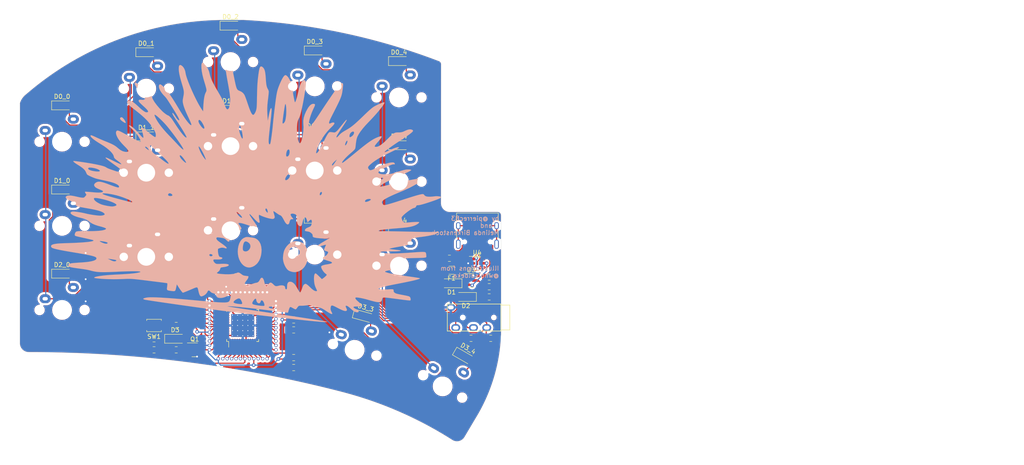
<source format=kicad_pcb>
(kicad_pcb (version 20221018) (generator pcbnew)
  (layers (0 "F.Cu" signal) (31 "B.Cu" signal) (34 "B.Paste" user) (35 "F.Paste" user) (36 "B.SilkS" user "B.Silkscreen") (37 "F.SilkS" user "F.Silkscreen") (38 "B.Mask" user) (39 "F.Mask" user) (44 "Edge.Cuts" user))
  (net 0 "")
  (net 1 "+5V")
  (net 2 "VCC")
  (net 3 "/col4")
  (net 4 "Net-(D0_0-A)")
  (net 5 "Net-(D0_1-A)")
  (net 6 "/col0")
  (net 7 "/col2")
  (net 8 "/col1")
  (net 9 "/col3")
  (net 10 "/row0,0")
  (net 11 "/row0,1")
  (net 12 "/row0,2")
  (net 13 "/row0,3")
  (net 14 "Net-(D0_2-A)")
  (net 15 "Net-(D0_3-A)")
  (net 16 "Net-(D0_4-A)")
  (net 17 "Net-(D1_0-A)")
  (net 18 "Net-(D1_1-A)")
  (net 19 "Net-(D1_2-A)")
  (net 20 "Net-(D1_3-A)")
  (net 21 "Net-(D1_4-A)")
  (net 22 "Net-(D2_0-A)")
  (net 23 "Net-(D2_1-A)")
  (net 24 "Net-(D2_2-A)")
  (net 25 "Net-(D2_3-A)")
  (net 26 "Net-(D2_4-A)")
  (net 27 "Net-(D3-A)")
  (net 28 "Net-(D3_3-A)")
  (net 29 "Net-(D3_4-A)")
  (net 30 "Net-(J1-CC1)")
  (net 31 "/D-")
  (net 32 "/D+")
  (net 33 "GND")
  (net 34 "+3V3")
  (net 35 "BOOT0")
  (net 36 "NRST")
  (net 38 "Net-(J1-CC2)")
  (net 39 "i2c_sda")
  (net 40 "i2c_scl")
  (net 42 "unconnected-(J1-SHIELD-PadS1)")
  (net 43 "unconnected-(U1-PC13-Pad2)")
  (net 44 "unconnected-(U1-PC14-Pad3)")
  (net 45 "unconnected-(U1-PC15-Pad4)")
  (net 46 "unconnected-(U1-PF0-Pad5)")
  (net 47 "unconnected-(U1-PF1-Pad6)")
  (net 48 "unconnected-(U1-PA0-Pad10)")
  (net 49 "unconnected-(U1-PA1-Pad11)")
  (net 50 "unconnected-(U1-PA3-Pad13)")
  (net 51 "unconnected-(U1-PA4-Pad14)")
  (net 52 "unconnected-(U1-PA5-Pad15)")
  (net 53 "unconnected-(U1-PA6-Pad16)")
  (net 54 "unconnected-(U1-PA7-Pad17)")
  (net 55 "unconnected-(U1-PB0-Pad18)")
  (net 56 "unconnected-(U1-PB1-Pad19)")
  (net 57 "unconnected-(U1-PB2-Pad20)")
  (net 58 "unconnected-(U1-PB12-Pad25)")
  (net 59 "unconnected-(U1-PB13-Pad26)")
  (net 60 "unconnected-(U1-PB14-Pad27)")
  (net 61 "unconnected-(U1-PB15-Pad28)")
  (net 62 "unconnected-(U1-PA8-Pad29)")
  (net 63 "unconnected-(U1-PA9-Pad30)")
  (net 64 "unconnected-(U1-PA10-Pad31)")
  (net 65 "unconnected-(U1-PA13-Pad34)")
  (net 66 "unconnected-(U1-PB9-Pad46)")
  (footprint "switches:MX" (layer "F.Cu") (at 24 42)
    (fp_text reference "K0_0" hide)
    (fp_text value "KEYSW" hide)
  )
  (footprint "Resistor_SMD:R_0805_2012Metric_Pad1.15x1.40mm_HandSolder" (layer "F.Cu") (at 120.35 72.55 180)
    (fp_text reference "R1" hide)
    (fp_text value "5.1kΩ" hide)
  )
  (footprint "Diode_SMD:D_SOD-123" (layer "F.Cu") (at 43 59.8)
    (fp_text reference "D2_1")
    (fp_text value "1N4148W")
  )
  (footprint "switches:MX" (layer "F.Cu") (at 81 48.5)
    (fp_text reference "K1_3" hide)
    (fp_text value "KEYSW" hide)
  )
  (footprint "Diode_SMD:D_SOD-123" (layer "F.Cu") (at 24 52.8)
    (fp_text reference "D1_0")
    (fp_text value "1N4148W")
  )
  (footprint "Diode_SMD:D_SOD-123" (layer "F.Cu") (at 100 61.8)
    (fp_text reference "D2_4")
    (fp_text value "1N4148W")
  )
  (footprint "Diode_SMD:D_SOD-123" (layer "F.Cu") (at 24 71.8)
    (fp_text reference "D2_0")
    (fp_text value "1N4148W")
  )
  (footprint "Diode_SMD:D_SOD-123" (layer "F.Cu") (at 62 15.8)
    (fp_text reference "D0_2")
    (fp_text value "1N4148W")
  )
  (footprint "Connector_USB:USB_C_Receptacle_HRO_TYPE-C-31-M-12" (layer "F.Cu") (at 117.695 62.015 180)
    (fp_text reference "J1")
    (fp_text value "TYPE-C-31-M-12")
  )
  (footprint "switches:MX" (layer "F.Cu") (at 43 30)
    (fp_text reference "K0_1" hide)
    (fp_text value "KEYSW" hide)
  )
  (footprint "switches:MX" (layer "F.Cu") (at 100 70)
    (fp_text reference "K2_4" hide)
    (fp_text value "KEYSW" hide)
  )
  (footprint "switches:MX" (layer "F.Cu") (at 81 29.5)
    (fp_text reference "K0_3" hide)
    (fp_text value "KEYSW" hide)
  )
  (footprint "Diode_SMD:D_SOD-123" (layer "F.Cu") (at 43 40.8)
    (fp_text reference "D1_1")
    (fp_text value "1N4148W")
  )
  (footprint "Diode_SMD:D_SOD-123" (layer "F.Cu") (at 81 21.4)
    (fp_text reference "D0_3")
    (fp_text value "1N4148W")
  )
  (footprint "Diode_SMD:D_SOD-123" (layer "F.Cu") (at 114.6 90.45 -30)
    (fp_text reference "D3_4")
    (fp_text value "1N4148W")
  )
  (footprint "switches:MX" (layer "F.Cu") (at 24 80)
    (fp_text reference "K2_0" hide)
    (fp_text value "KEYSW" hide)
  )
  (footprint "Diode_SMD:D_SOD-123" (layer "F.Cu") (at 62 53.8)
    (fp_text reference "D2_2")
    (fp_text value "1N4148W")
  )
  (footprint "switches:MX" (layer "F.Cu") (at 81 67.5)
    (fp_text reference "K2_3" hide)
    (fp_text value "KEYSW" hide)
  )
  (footprint "Diode_SMD:D_SOD-123" (layer "F.Cu") (at 92 81.4 -15)
    (fp_text reference "D3_3")
    (fp_text value "1N4148W")
  )
  (footprint "Diode_SMD:D_SOD-123" (layer "F.Cu") (at 81 40.4)
    (fp_text reference "D1_3")
    (fp_text value "1N4148W")
  )
  (footprint "Diode_SMD:D_SOD-123" (layer "F.Cu") (at 62 34.8)
    (fp_text reference "D1_2")
    (fp_text value "1N4148W")
  )
  (footprint "Resistor_SMD:R_0805_2012Metric_Pad1.15x1.40mm_HandSolder" (layer "F.Cu") (at 111.375 68.325)
    (fp_text reference "R2" hide)
    (fp_text value "5.1kΩ" hide)
  )
  (footprint "Diode_SMD:D_SOD-123" (layer "F.Cu") (at 24 33.8)
    (fp_text reference "D0_0")
    (fp_text value "1N4148W")
  )
  (footprint "switches:MX" (layer "F.Cu") (at 100 32)
    (fp_text reference "K0_4" hide)
    (fp_text value "KEYSW" hide)
  )
  (footprint "switches:MX" (layer "F.Cu") (at 24 61)
    (fp_text reference "K1_0" hide)
    (fp_text value "KEYSW" hide)
  )
  (footprint "switches:MX" (layer "F.Cu") (at 62 24)
    (fp_text reference "K0_2" hide)
    (fp_text value "KEYSW" hide)
  )
  (footprint "Diode_SMD:D_SOD-123" (layer "F.Cu") (at 100 42.8)
    (fp_text reference "D1_4")
    (fp_text value "1N4148W")
  )
  (footprint "Diode_SMD:D_SOD-123" (layer "F.Cu") (at 100 23.8)
    (fp_text reference "D0_4")
    (fp_text value "1N4148W")
  )
  (footprint "Diode_SMD:D_SOD-123" (layer "F.Cu") (at 43 21.8)
    (fp_text reference "D0_1")
    (fp_text value "1N4148W")
  )
  (footprint "switches:MX" (layer "F.Cu") (at 109.85 97.25 -30)
    (fp_text reference "K3_4" hide)
    (fp_text value "KEYSW" hide)
  )
  (footprint "switches:MX" (layer "F.Cu") (at 43 49)
    (fp_text reference "K1_1" hide)
    (fp_text value "KEYSW" hide)
  )
  (footprint "switches:MX" (layer "F.Cu") (at 62 43)
    (fp_text reference "K1_2" hide)
    (fp_text value "KEYSW" hide)
  )
  (footprint "Diode_SMD:D_SOD-123" (layer "F.Cu") (at 81 59.4)
    (fp_text reference "D2_3")
    (fp_text value "1N4148W")
  )
  (footprint "switches:MX" (layer "F.Cu") (at 43 68)
    (fp_text reference "K2_1" hide)
    (fp_text value "KEYSW" hide)
  )
  (footprint "switches:MX" (layer "F.Cu") (at 100 51)
    (fp_text reference "K1_4" hide)
    (fp_text value "KEYSW" hide)
  )
  (footprint "kbd:TRRS-PJ-320A" (layer "F.Cu") (at 123 81.7 -90)
    (fp_text reference "Jack0" hide)
    (fp_text value "PJ-320A" hide)
  )
  (footprint "switches:MX" (layer "F.Cu") (at 90 89 -15)
    (fp_text reference "K3_3" hide)
    (fp_text value "KEYSW" hide)
  )
  (footprint "switches:MX" (layer "F.Cu") (at 62 62)
    (fp_text reference "K2_2" hide)
    (fp_text value "KEYSW" hide)
  )
  (footprint "Fuse:Fuse_1206_3216Metric" (layer "F.Cu") (at 111.85 71.025 180)
    (fp_text reference "F1")
    (fp_text value "500mA")
  )
  (footprint "Capacitor_SMD:C_0805_2012Metric_Pad1.15x1.40mm_HandSolder" (layer "F.Cu") (at 120.35 77.05)
    (fp_text reference "C1" hide)
    (fp_text value "1uF")
  )
  (footprint "Capacitor_SMD:C_0805_2012Metric_Pad1.15x1.40mm_HandSolder" (layer "F.Cu") (at 116.25 86.4 180)
    (fp_text reference "C2" hide)
    (fp_text value "1uF")
  )
  (footprint "Capacitor_SMD:C_0805_2012Metric_Pad1.15x1.40mm_HandSolder" (layer "F.Cu") (at 44.75 86.5 180)
    (fp_text reference "C3" hide)
    (fp_text value "10uF" hide)
  )
  (footprint "Capacitor_SMD:C_0805_2012Metric_Pad1.15x1.40mm_HandSolder" (layer "F.Cu") (at 49.75 89 180)
    (fp_text reference "C4" hide)
    (fp_text value "4.7nF")
  )
  (footprint "Capacitor_SMD:C_0805_2012Metric_Pad1.15x1.40mm_HandSolder" (layer "F.Cu") (at 58.75 72.5 180)
    (fp_text reference "C5" hide)
    (fp_text value "0.1uF")
  )
  (footprint "Capacitor_SMD:C_0805_2012Metric_Pad1.15x1.40mm_HandSolder" (layer "F.Cu") (at 63.25 72.5)
    (fp_text reference "C6" hide)
    (fp_text value "4.7uF")
  )
  (footprint "Capacitor_SMD:C_0805_2012Metric_Pad1.15x1.40mm_HandSolder" (layer "F.Cu") (at 76.25 90.75)
    (fp_text reference "C7" hide)
    (fp_text value "1uF")
  )
  (footprint "Capacitor_SMD:C_0805_2012Metric_Pad1.15x1.40mm_HandSolder" (layer "F.Cu") (at 76.25 93)
    (fp_text reference "C8" hide)
    (fp_text value "10uF")
  )
  (footprint "Capacitor_SMD:C_0805_2012Metric_Pad1.15x1.40mm_HandSolder" (layer "F.Cu") (at 49.75 83.5)
    (fp_text reference "C9" hide)
    (fp_text value "0.1uF")
  )
  (footprint "Capacitor_SMD:C_0805_2012Metric_Pad1.15x1.40mm_HandSolder" (layer "F.Cu") (at 76.25 84.5 180)
    (fp_text reference "C10" hide)
    (fp_text value "0.1uF")
  )
  (footprint "Capacitor_SMD:C_0805_2012Metric_Pad1.15x1.40mm_HandSolder" (layer "F.Cu") (at 76.25 82.25 180)
    (fp_text reference "C11" hide)
    (fp_text value "4.7uF")
  )
  (footprint "Diode_SMD:D_SOD-123" (layer "F.Cu") (at 111.85 73.975 180)
    (fp_text reference "D1")
    (fp_text value "SMF9.0CA")
  )
  (footprint "Diode_SMD:D_SOD-123" (layer "F.Cu") (at 115.1 77.05 180)
    (fp_text reference "D2")
    (fp_text value "RB060M-30TR")
  )
  (footprint "Diode_SMD:D_SOD-123" (layer "F.Cu") (at 49.5 86.5)
    (fp_text reference "D3")
    (fp_text value "1N4148W")
  )
  (footprint "Package_TO_SOT_SMD:SOT-23" (layer "F.Cu") (at 53.9265 89)
    (fp_text reference "Q1")
    (fp_text value "PDTC123JT,215")
  )
  (footprint "Resistor_SMD:R_0805_2012Metric_Pad1.15x1.40mm_HandSolder" (layer "F.Cu") (at 120.35 74.75)
    (fp_text reference "R3" hide)
    (fp_text value "100kΩ")
  )
  (footprint "Resistor_SMD:R_0805_2012Metric_Pad1.15x1.40mm_HandSolder" (layer "F.Cu") (at 120.7 86.4)
    (fp_text reference "R4" hide)
    (fp_text value "100kΩ")
  )
  (footprint "Resistor_SMD:R_0805_2012Metric_Pad1.15x1.40mm_HandSolder" (layer "F.Cu") (at 44.75 89 180)
    (fp_text reference "R5" hide)
    (fp_text value "100kΩ")
  )
  (footprint "Button_Switch_SMD:SW_SPST_B3U-1000P" (layer "F.Cu") (at 44.75 83.5 180)
    (fp_text reference "SW1")
    (fp_text value "B3U-1000P")
  )
  (footprint "breakout_pins:Dual_MCU_QFP_QFN_48_with_breakout_pins" (layer "F.Cu") (at 64.75 83.5 90)
    (fp_text reference "U1" hide)
    (fp_text value "STM32F072CBT6")
  )
  (footprint "Package_TO_SOT_SMD:SOT-23" (layer "F.Cu") (at 116.275 73.35)
    (fp_text reference "U3")
    (fp_text value "MCP1700T-3302E/TT")
  )
  (footprint "Package_TO_SOT_SMD:SOT-23-6" (layer "F.Cu") (at 117.64 69.45)
    (fp_text reference "U4")
    (fp_text value "SRV05-4")
  )
  (footprint "silkscreens:unsafe_rust" (layer "B.Cu") (at 68.07 55.06 172)
    (fp_text reference "G***" hide)
    (fp_text value "LOGO" hide)
  )
  (gr_arc (start 16.525002 89.505917) (mid 15.112534 88.956716) (end 14.490001 87.574999) (stroke (width 0.05)) (layer "Edge.Cuts"))
  (gr_arc (start 123.02 85.59) (mid 121.363265 95.395214) (end 117.274461 104.459907) (stroke (width 0.05)) (layer "Edge.Cuts"))
  (gr_line (start 123.02 58.615) (end 123.04 83.68) (stroke (width 0.05)) (layer "Edge.Cuts"))
  (gr_line (start 117.274461 104.459907) (end 114.742 108.731265) (stroke (width 0.05)) (layer "Edge.Cuts"))
  (gr_arc (start 109.060245 23.82447) (mid 109.377034 24.101226) (end 109.495 24.505) (stroke (width 0.05)) (layer "Edge.Cuts"))
  (gr_arc (start 114.742 108.731265) (mid 113.500995 109.60098) (end 112.01 109.33) (stroke (width 0.05)) (layer "Edge.Cuts"))
  (gr_arc (start 64.875227 14.495504) (mid 87.335644 17.417453) (end 109.060245 23.82447) (stroke (width 0.05)) (layer "Edge.Cuts"))
  (gr_arc (start 14.497859 33.26932) (mid 15.054742 32.151147) (end 15.925 31.255) (stroke (width 0.05)) (layer "Edge.Cuts"))
  (gr_line (start 111.51 57.86) (end 122.27 57.865) (stroke (width 0.05)) (layer "Edge.Cuts"))
  (gr_arc (start 122.27 57.865) (mid 122.80033 58.08467) (end 123.02 58.615) (stroke (width 0.05)) (layer "Edge.Cuts"))
  (gr_arc (start 111.51 57.86) (mid 110.097532 57.310799) (end 109.474999 55.929082) (stroke (width 0.05)) (layer "Edge.Cuts"))
  (gr_line (start 109.474999 55.929082) (end 109.495 24.505) (stroke (width 0.05)) (layer "Edge.Cuts"))
  (gr_line (start 64.875124 14.497561) (end 60.9 14.5) (stroke (width 0.05)) (layer "Edge.Cuts"))
  (gr_line (start 14.497859 33.26932) (end 14.490001 87.574999) (stroke (width 0.05)) (layer "Edge.Cuts"))
  (gr_arc (start 86.829707 98.416137) (mid 99.853222 102.873207) (end 112.01 109.33) (stroke (width 0.05)) (layer "Edge.Cuts"))
  (gr_line (start 16.8 89.506571) (end 16.525002 89.505917) (stroke (width 0.05)) (layer "Edge.Cuts"))
  (gr_arc (start 15.926611 31.256861) (mid 36.903135 18.825316) (end 60.9 14.5) (stroke (width 0.05)) (layer "Edge.Cuts"))
  (gr_arc (start 16.8 89.506571) (mid 52.094993 91.759903) (end 86.830171 98.41433) (stroke (width 0.05)) (layer "Edge.Cuts"))
  (gr_line (start 123.02 85.59) (end 123.04 83.68) (stroke (width 0.05)) (layer "Edge.Cuts"))
  (gr_text "by @pierrec83\n  and\nMelinda Birkenstock\n\n\n\n\nIllustrations from\n@whoisaldeka" (at 122.66 65.77) (layer "B.SilkS") (effects (font (size 1 1)) (justify left mirror)))
  (segment (start 117.925 73.35) (end 119.325 74.75) (width 0.3) (layer "F.Cu") (net 1))
  (segment (start 113.5 73.975) (end 114.125 73.35) (width 0.3) (layer "F.Cu") (net 1))
  (segment (start 119.325 74.75) (end 119.325 77.05) (width 0.3) (layer "F.Cu") (net 1))
  (segment (start 113.25 71.025) (end 113.25 73.725) (width 0.3) (layer "F.Cu") (net 1))
  (segment (start 117.275 73.35) (end 117.925 73.35) (width 0.3) (layer "F.Cu") (net 1))
  (segment (start 114.125 73.35) (end 117.275 73.35) (width 0.3) (layer "F.Cu") (net 1))
  (segment (start 113.25 73.725) (end 113.5 73.975) (width 0.3) (layer "F.Cu") (net 1))
  (segment (start 116.75 77.05) (end 119.325 77.05) (width 0.3) (layer "F.Cu") (net 1))
  (segment (start 120.145 65.254998) (end 119.875001 64.984999) (width 0.3) (layer "F.Cu") (net 2))
  (segment (start 111.27501 70.19999) (end 110.45 71.025) (width 0.3) (layer "F.Cu") (net 2))
  (segment (start 120.145 66.06) (end 120.145 65.254998) (width 0.3) (layer "F.Cu") (net 2))
  (segment (start 111.27501 67.75499) (end 111.27501 70.19999) (width 0.3) (layer "F.Cu") (net 2))
  (segment (start 115.245 66.915002) (end 114.885012 67.27499) (width 0.3) (layer "F.Cu") (net 2))
  (segment (start 115.514999 64.984999) (end 115.245 65.254998) (width 0.3) (layer "F.Cu") (net 2))
  (segment (start 111.75501 67.27499) (end 111.27501 67.75499) (width 0.3) (layer "F.Cu") (net 2))
  (segment (start 115.245 66.06) (end 115.245 66.915002) (width 0.3) (layer "F.Cu") (net 2))
  (segment (start 119.875001 64.984999) (end 115.514999 64.984999) (width 0.3) (layer "F.Cu") (net 2))
  (segment (start 114.885012 67.27499) (end 111.75501 67.27499) (width 0.3) (layer "F.Cu") (net 2))
  (segment (start 115.245 65.254998) (end 115.245 66.06) (width 0.3) (layer "F.Cu") (net 2))
  (segment (start 96.266 67.536) (end 96.266 75.63371) (width 0.254) (layer "F.Cu") (net 3))
  (segment (start 67.149969 73.589969) (end 64.532981 70.972981) (width 0.254) (layer "F.Cu") (net 3))
  (segment (start 57.8375 78) (end 57.25 78) (width 0.254) (layer "F.Cu") (net 3))
  (segment (start 94.719855 77.179855) (end 77.544136 77.179855) (width 0.254) (layer "F.Cu") (net 3))
  (segment (start 56.82299 71.810992) (end 56.82299 77.57299) (width 0.254) (layer "F.Cu") (net 3))
  (segment (start 96.266 75.63371) (end 94.719855 77.179855) (width 0.254) (layer "F.Cu") (net 3))
  (segment (start 73.954255 73.589969) (end 67.149969 73.589969) (width 0.254) (layer "F.Cu") (net 3))
  (segment (start 96.19 67.46) (end 96.266 67.536) (width 0.254) (layer "F.Cu") (net 3))
  (segment (start 56.82299 77.57299) (end 57.25 78) (width 0.254) (layer "F.Cu") (net 3))
  (segment (start 77.544136 77.179855) (end 73.954255 73.589969) (width 0.254) (layer "F.Cu") (net 3))
  (segment (start 60.5875 80.75) (end 57.8375 78) (width 0.254) (layer "F.Cu") (net 3))
  (segment (start 64.532981 70.972981) (end 57.661001 70.972981) (width 0.254) (layer "F.Cu") (net 3))
  (segment (start 57.661001 70.972981) (end 56.82299 71.810992) (width 0.254) (layer "F.Cu") (net 3))
  (segment (start 96.266 67.384) (end 96.19 67.46) (width 0.254) (layer "B.Cu") (net 3))
  (segment (start 96.19 29.46) (end 96.266 29.536) (width 0.254) (layer "B.Cu") (net 3))
  (segment (start 107.820443 93.145295) (end 96.266 81.590852) (width 0.254) (layer "B.Cu") (net 3))
  (segment (start 96.266 29.536) (end 96.266 48.384) (width 0.254) (layer "B.Cu") (net 3))
  (segment (start 96.266 48.384) (end 96.19 48.46) (width 0.254) (layer "B.Cu") (net 3))
  (segment (start 96.19 48.46) (end 96.266 48.536) (width 0.254) (layer "B.Cu") (net 3))
  (segment (start 96.266 67.536) (end 96.19 67.46) (width 0.254) (layer "B.Cu") (net 3))
  (segment (start 96.266 81.590852) (end 96.266 67.536) (width 0.254) (layer "B.Cu") (net 3))
  (segment (start 96.266 48.536) (end 96.266 67.384) (width 0.254) (layer "B.Cu") (net 3))
  (segment (start 25.65 36.03) (end 26.54 36.92) (width 0.254) (layer "F.Cu") (net 4))
  (segment (start 25.65 33.8) (end 25.65 36.03) (width 0.254) (layer "F.Cu") (net 4))
  (segment (start 44.65 24.03) (end 45.54 24.92) (width 0.254) (layer "F.Cu") (net 5))
  (segment (start 44.65 21.8) (end 44.65 24.03) (width 0.254) (layer "F.Cu") (net 5))
  (segment (start 56.639039 85.752001) (end 56.247999 85.360961) (width 0.254) (layer "F.Cu") (net 6))
  (segment (start 56.247999 85.360961) (end 56.247999 84.112103) (width 0.254) (layer "F.Cu") (net 6))
  (segment (start 58.5 84.75) (end 57.25 86) (width 0.254) (layer "F.Cu") (net 6))
  (segment (start 26.126675 77.46) (end 20.19 77.46) (width 0.254) (layer "F.Cu") (net 6))
  (segment (start 56.982001 85.752001) (end 56.639039 85.752001) (width 0.254) (layer "F.Cu") (net 6))
  (segment (start 44.525896 72.39) (end 31.196675 72.39) (width 0.254) (layer "F.Cu") (net 6))
  (segment (start 31.196675 72.39) (end 26.126675 77.46) (width 0.254) (layer "F.Cu") (net 6))
  (segment (start 56.247999 84.112103) (end 44.525896 72.39) (width 0.254) (layer "F.Cu") (net 6))
  (segment (start 60.5875 84.75) (end 58.5 84.75) (width 0.254) (layer "F.Cu") (net 6))
  (segment (start 20.19 58.46) (end 20.32 58.59) (width 0.254) (layer "B.Cu") (net 6))
  (segment (start 20.19 39.46) (end 20.32 39.59) (width 0.254) (layer "B.Cu") (net 6))
  (segment (start 20.32 58.59) (end 20.32 77.33) (width 0.254) (layer "B.Cu") (net 6))
  (segment (start 20.32 58.33) (end 20.19 58.46) (width 0.254) (layer "B.Cu") (net 6))
  (segment (start 20.32 77.33) (end 20.19 77.46) (width 0.254) (layer "B.Cu") (net 6))
  (segment (start 20.32 39.59) (end 20.32 58.33) (width 0.254) (layer "B.Cu") (net 6))
  (segment (start 56.39896 80) (end 57 80) (width 0.254) (layer "F.Cu") (net 7))
  (segment (start 60.5875 81.75) (end 59 81.75) (width 0.254) (layer "F.Cu") (net 7))
  (segment (start 58.42 59.69) (end 58.42 68.929848) (width 0.254) (layer "F.Cu") (net 7))
  (segment (start 55.793989 79.395029) (end 56.39896 80) (width 0.254) (layer "F.Cu") (net 7))
  (segment (start 58.42 68.929848) (end 55.793989 71.555859) (width 0.254) (layer "F.Cu") (net 7))
  (segment (start 55.793989 71.555859) (end 55.793989 79.395029) (width 0.254) (layer "F.Cu") (net 7))
  (segment (start 58.19 59.46) (end 58.42 59.69) (width 0.254) (layer "F.Cu") (net 7))
  (segment (start 59 81.75) (end 57.25 80) (width 0.254) (layer "F.Cu") (net 7))
  (segment (start 58.19 40.46) (end 58.42 40.69) (width 0.254) (layer "B.Cu") (net 7))
  (segment (start 58.19 21.46) (end 58.42 21.69) (width 0.254) (layer "B.Cu") (net 7))
  (segment (start 58.42 21.69) (end 58.42 40.23) (width 0.254) (layer "B.Cu") (net 7))
  (segment (start 58.42 40.69) (end 58.42 59.23) (width 0.254) (layer "B.Cu") (net 7))
  (segment (start 58.42 59.23) (end 58.19 59.46) (width 0.254) (layer "B.Cu") (net 7))
  (segment (start 58.42 40.23) (end 58.19 40.46) (width 0.254) (layer "B.Cu") (net 7))
  (segment (start 39.37 65.64) (end 39.19 65.46) (width 0.254) (layer "F.Cu") (net 8))
  (segment (start 39.37 67.818) (end 39.37 65.64) (width 0.254) (layer "F.Cu") (net 8))
  (segment (start 45.278104 70.574) (end 42.126 70.574) (width 0.254) (layer "F.Cu") (net 8))
  (segment (start 57 81) (end 55.704104 81) (width 0.254) (layer "F.Cu") (net 8))
  (segment (start 55.704104 81) (end 45.278104 70.574) (width 0.254) (layer "F.Cu") (net 8))
  (segment (start 42.126 70.574) (end 39.37 67.818) (width 0.254) (layer "F.Cu") (net 8))
  (segment (start 60.5875 82.25) (end 58.5 82.25) (width 0.254) (layer "F.Cu") (net 8))
  (segment (start 58.5 82.25) (end 57.25 81) (width 0.254) (layer "F.Cu") (net 8))
  (segment (start 39.19 46.46) (end 39.37 46.28) (width 0.254) (layer "B.Cu") (net 8))
  (segment (start 39.37 65.28) (end 39.19 65.46) (width 0.254) (layer "B.Cu") (net 8))
  (segment (start 39.19 46.46) (end 39.37 46.64) (width 0.254) (layer "B.Cu") (net 8))
  (segment (start 39.37 27.64) (end 39.19 27.46) (width 0.254) (layer "B.Cu") (net 8))
  (segment (start 39.37 46.64) (end 39.37 65.28) (width 0.254) (layer "B.Cu") (net 8))
  (segment (start 39.37 46.28) (end 39.37 27.64) (width 0.254) (layer "B.Cu") (net 8))
  (segment (start 77.19 64.96) (end 77.47 65.24) (width 0.254) (layer "F.Cu") (net 9))
  (segment (start 59.5 81.25) (end 57.25 79) (width 0.254) (layer "F.Cu") (net 9))
  (segment (start 56.247999 71.743916) (end 56.247999 78.686601) (width 0.254) (layer "F.Cu") (net 9))
  (segment (start 56.561398 79) (end 57 79) (width 0.254) (layer "F.Cu") (net 9))
  (segment (start 64.721038 70.518971) (end 57.472944 70.518971) (width 0.254) (layer "F.Cu") (net 9))
  (segment (start 74.054041 73.135959) (end 67.338025 73.135959) (width 0.254) (layer "F.Cu") (net 9))
  (segment (start 60.5875 81.25) (end 59.5 81.25) (width 0.254) (layer "F.Cu") (net 9))
  (segment (start 56.247999 78.686601) (end 56.561398 79) (width 0.254) (layer "F.Cu") (net 9))
  (segment (start 77.47 69.72) (end 74.054041 73.135959) (width 0.254) (layer "F.Cu") (net 9))
  (segment (start 77.47 65.24) (end 77.47 69.72) (width 0.254) (layer "F.Cu") (net 9))
  (segment (start 57.472944 70.518971) (end 56.247999 71.743916) (width 0.254) (layer "F.Cu") (net 9))
  (segment (start 67.338025 73.135959) (end 64.721038 70.518971) (width 0.254) (layer "F.Cu") (net 9))
  (segment (start 77.19 26.96) (end 77.47 27.24) (width 0.254) (layer "B.Cu") (net 9))
  (segment (start 77.47 64.68) (end 77.19 64.96) (width 0.254) (layer "B.Cu") (net 9))
  (segment (start 77.47 65.24) (end 77.19 64.96) (width 0.254) (layer "B.Cu") (net 9))
  (segment (start 77.47 45.68) (end 77.19 45.96) (width 0.254) (layer "B.Cu") (net 9))
  (segment (start 77.47 76.053225) (end 77.47 65.24) (width 0.254) (layer "B.Cu") (net 9))
  (segment (start 77.47 46.24) (end 77.47 64.68) (width 0.254) (layer "B.Cu") (net 9))
  (segment (start 77.47 27.24) (end 77.47 45.68) (width 0.254) (layer "B.Cu") (net 9))
  (segment (start 86.977223 85.560448) (end 77.47 76.053225) (width 0.254) (layer "B.Cu") (net 9))
  (segment (start 77.19 45.96) (end 77.47 46.24) (width 0.254) (layer "B.Cu") (net 9))
  (segment (start 21.89599 53.984592) (end 21.572999 53.661601) (width 0.254) (layer "F.Cu") (net 10))
  (segment (start 41.35 27.738) (end 41.35 21.8) (width 0.254) (layer "F.Cu") (net 10))
  (segment (start 23.67401 71.79) (end 23.67401 72.756659) (width 0.254) (layer "F.Cu") (net 10))
  (segment (start 21.118989 59.657686) (end 21.89599 58.880685) (width 0.254) (layer "F.Cu") (net 10))
  (segment (start 60.35 16.856675) (end 64.893325 21.4) (width 0.254) (layer "F.Cu") (net 10))
  (segment (start 21.118989 72.849658) (end 21.118989 59.657686) (width 0.254) (layer "F.Cu") (net 10))
  (segment (start 57.5 83.75) (end 57.25 84) (width 0.254) (layer "F.Cu") (net 10))
  (segment (start 33.54295 38.24701) (end 40.386 31.40396) (width 0.254) (layer "F.Cu") (net 10))
  (segment (start 96.40299 25.74701) (end 98.35 23.8) (width 0.254) (layer "F.Cu") (net 10))
  (segment (start 21.89599 58.880685) (end 21.89599 53.984592) (width 0.254) (layer "F.Cu") (net 10))
  (segment (start 50.64299 26.24701) (end 60.35 16.54) (width 0.254) (layer "F.Cu") (net 10))
  (segment (start 21.572999 53.661601) (end 21.572999 40.816963) (width 0.254) (layer "F.Cu") (net 10))
  (segment (start 40.386 31.40396) (end 40.386 28.702) (width 0.254) (layer "F.Cu") (net 10))
  (segment (start 35.291896 70.866) (end 24.59801 70.866) (width 0.254) (layer "F.Cu") (net 10))
  (segment (start 57 84) (end 56.777948 84) (width 0.254) (layer "F.Cu") (net 10))
  (segment (start 21.450342 73.181011) (end 21.118989 72.849658) (width 0.254) (layer "F.Cu") (net 10))
  (segment (start 79.35 22.356675) (end 82.740335 25.74701) (width 0.254) (layer "F.Cu") (net 10))
  (segment (start 41.35 22.856675) (end 44.740335 26.24701) (width 0.254) (layer "F.Cu") (net 10))
  (segment (start 21.572999 40.816963) (end 22.35 40.039962) (width 0.254) (layer "F.Cu") (net 10))
  (segment (start 60.35 15.8) (end 60.35 16.54) (width 0.254) (layer "F.Cu") (net 10))
  (segment (start 23.249658 73.181011) (end 21.450342 73.181011) (width 0.254) (layer "F.Cu") (net 10))
  (segment (start 41.35 21.8) (end 41.35 22.856675) (width 0.254) (layer "F.Cu") (net 10))
  (segment (start 23.67401 72.756659) (end 23.249658 73.181011) (width 0.254) (layer "F.Cu") (net 10))
  (segment (start 60.35 16.54) (end 60.35 16.856675) (width 0.254) (layer "F.Cu") (net 10))
  (segment (start 36.361896 71.936) (end 35.291896 70.866) (width 0.254) (layer "F.Cu") (net 10))
  (segment (start 56.777948 84) (end 44.713948 71.936) (width 0.254) (layer "F.Cu") (net 10))
  (segment (start 24.59801 70.866) (end 23.67401 71.79) (width 0.254) (layer "F.Cu") (net 10))
  (segment (start 40.386 28.702) (end 41.35 27.738) (width 0.254) (layer "F.Cu") (net 10))
  (segment (start 60.5875 83.75) (end 57.5 83.75) (width 0.254) (layer "F.Cu") (net 10))
  (segment (start 79.35 21.4) (end 79.35 22.356675) (width 0.254) (layer "F.Cu") (net 10))
  (segment (start 44.713948 71.936) (end 36.361896 71.936) (width 0.254) (layer "F.Cu") (net 10))
  (segment (start 82.740335 25.74701) (end 96.40299 25.74701) (width 0.254) (layer "F.Cu") (net 10))
  (segment (start 22.35 33.8) (end 22.35 34.856675) (width 0.254) (layer "F.Cu") (net 10))
  (segment (start 22.35 40.039962) (end 22.35 33.8) (width 0.254) (layer "F.Cu") (net 10))
  (segment (start 25.740335 38.24701) (end 33.54295 38.24701) (width 0.254) (layer "F.Cu") (net 10))
  (segment (start 44.740335 26.24701) (end 50.64299 26.24701) (width 0.254) (layer "F.Cu") (net 10))
  (segment (start 64.893325 21.4) (end 79.35 21.4) (width 0.254) (layer "F.Cu") (net 10))
  (segment (start 22.35 34.856675) (end 25.740335 38.24701) (width 0.254) (layer "F.Cu") (net 10))
  (segment (start 34.35 40.8) (end 41.35 40.8) (width 0.254) (layer "F.Cu") (net 11))
  (segment (start 36.549948 71.482) (end 44.902 71.482) (width 0.254) (layer "F.Cu") (net 11))
  (segment (start 57.5 83.25) (end 57.25 83) (width 0.254) (layer "F.Cu") (net 11))
  (segment (start 41.35 40.8) (end 47.35 34.8) (width 0.254) (layer "F.Cu") (net 11))
  (segment (start 60.5875 83.25) (end 57.5 83.25) (width 0.254) (layer "F.Cu") (net 11))
  (segment (start 79.35 40.4) (end 79.35 41.356675) (width 0.254) (layer "F.Cu") (net 11))
  (segment (start 47.35 34.8) (end 60.35 34.8) (width 0.254) (layer "F.Cu") (net 11))
  (segment (start 23.061601 72.727001) (end 23.22 72.568602) (width 0.254) (layer "F.Cu") (net 11))
  (segment (start 22.35 52.8) (end 34.35 40.8) (width 0.254) (layer "F.Cu") (net 11))
  (segment (start 21.572999 72.661601) (end 21.638399 72.727001) (width 0.254) (layer "F.Cu") (net 11))
  (segment (start 64.893325 40.4) (end 79.35 40.4) (width 0.254) (layer "F.Cu") (net 11))
  (segment (start 22.35 52.8) (end 22.35 59.206038) (width 0.254) (layer "F.Cu") (net 11))
  (segment (start 22.35 59.206038) (end 21.572999 59.983039) (width 0.254) (layer "F.Cu") (net 11))
  (segment (start 21.572999 59.983039) (end 21.572999 72.661601) (width 0.254) (layer "F.Cu") (net 11))
  (segment (start 24.380066 70.412) (end 35.479948 70.412) (width 0.254) (layer "F.Cu") (net 11))
  (segment (start 44.902 71.482) (end 56.42 83) (width 0.254) (layer "F.Cu") (net 11))
  (segment (start 23.22 71.572066) (end 24.380066 70.412) (width 0.254) (layer "F.Cu") (net 11))
  (segment (start 56.42 83) (end 57 83) (width 0.254) (layer "F.Cu") (net 11))
  (segment (start 21.638399 72.727001) (end 23.061601 72.727001) (width 0.254) (layer "F.Cu") (net 11))
  (segment (start 23.22 72.568602) (end 23.22 71.572066) (width 0.254) (layer "F.Cu") (net 11))
  (segment (start 79.35 41.356675) (end 82.740335 44.74701) (width 0.254) (layer "F.Cu") (net 11))
  (segment (start 60.35 34.8) (end 60.35 35.856675) (width 0.254) (layer "F.Cu") (net 11))
  (segment (start 60.35 35.856675) (end 64.893325 40.4) (width 0.254) (layer "F.Cu") (net 11))
  (segment (start 96.40299 44.74701) (end 98.35 42.8) (width 0.254) (layer "F.Cu") (net 11))
  (segment (start 35.479948 70.412) (end 36.549948 71.482) (width 0.254) (layer "F.Cu") (net 11))
  (segment (start 82.740335 44.74701) (end 96.40299 44.74701) (width 0.254) (layer "F.Cu") (net 11))
  (segment (start 60.35 54.856675) (end 64.893325 59.4) (width 0.254) (layer "F.Cu") (net 12))
  (segment (start 60.5875 82.75) (end 58 82.75) (width 0.254) (layer "F.Cu") (net 12))
  (segment (start 56.062052 82) (end 45.090052 71.028) (width 0.254) (layer "F.Cu") (net 12))
  (segment (start 57 82) (end 56.062052 82) (width 0.254) (layer "F.Cu") (net 12))
  (segment (start 34.35 68.64) (end 34.35 59.8) (width 0.254) (layer "F.Cu") (net 12))
  (segment (start 47.35 53.8) (end 60.35 53.8) (width 0.254) (layer "F.Cu") (net 12))
  (segment (start 22.35 71.8) (end 34.35 59.8) (width 0.254) (layer "F.Cu") (net 12))
  (segment (start 34.35 59.8) (end 41.35 59.8) (width 0.254) (layer "F.Cu") (net 12))
  (segment (start 64.893325 59.4) (end 79.35 59.4) (width 0.254) (layer "F.Cu") (net 12))
  (segment (start 60.35 53.8) (end 60.35 54.856675) (width 0.254) (layer "F.Cu") (net 12))
  (segment (start 96.40299 63.74701) (end 98.35 61.8) (width 0.254) (layer "F.Cu") (net 12))
  (segment (start 82.740335 63.74701) (end 96.40299 63.74701) (width 0.254) (layer "F.Cu") (net 12))
  (segment (start 36.738 71.028) (end 34.35 68.64) (width 0.254) (layer "F.Cu") (net 12))
  (segment (start 58 82.75) (end 57.25 82) (width 0.254) (layer "F.Cu") (net 12))
  (segment (start 41.35 59.8) (end 47.35 53.8) (width 0.254) (layer "F.Cu") (net 12))
  (segment (start 79.35 59.4) (end 79.35 60.356675) (width 0.254) (layer "F.Cu") (net 12))
  (segment (start 45.090052 71.028) (end 36.738 71.028) (width 0.254) (layer "F.Cu") (net 12))
  (segment (start 79.35 60.356675) (end 82.740335 63.74701) (width 0.254) (layer "F.Cu") (net 12))
  (segment (start 87.01299 89.72299) (end 87.01299 88.543048) (width 0.254) (layer "F.Cu") (net 13))
  (segment (start 87.01299 88.543048) (end 90.406222 85.149816) (width 0.254) (layer "F.Cu") (net 13))
  (segment (start 103.09734 96.133039) (end 107.326961 96.133039) (width 0.254) (layer "F.Cu") (net 13))
  (segment (start 67.5 87.6625) (end 70.25 90.4125) (width 0.254) (layer "F.Cu") (net 13))
  (segment (start 92.114117 85.149816) (end 103.09734 96.133039) (width 0.254) (layer "F.Cu") (net 13))
  (segment (start 71.52701 89.72299) (end 70.25 91) (width 0.254) (layer "F.Cu") (net 13))
  (segment (start 70.25 90.4125) (end 70.25 91) (width 0.254) (layer "F.Cu") (net 13))
  (segment (start 90.406222 85.149816) (end 92.114117 85.149816) (width 0.254) (layer "F.Cu") (net 13))
  (segment (start 73.22701 89.72299) (end 71.52701 89.72299) (width 0.254) (layer "F.Cu") (net 13))
  (segment (start 107.326961 96.133039) (end 113.171058 90.288942) (width 0.254) (layer "F.Cu") (net 13))
  (segment (start 73.22701 89.72299) (end 87.01299 89.72299) (width 0.254) (layer "F.Cu") (net 13))
  (segment (start 113.171058 90.288942) (end 113.171058 89.625) (width 0.254) (layer "F.Cu") (net 13))
  (segment (start 90.406222 85.149816) (end 90.406222 80.972949) (width 0.254) (layer "F.Cu") (net 13))
  (segment (start 63.65 15.8) (end 63.65 18.03) (width 0.254) (layer "F.Cu") (net 14))
  (segment (start 63.65 18.03) (end 64.54 18.92) (width 0.254) (layer "F.Cu") (net 14))
  (segment (start 82.65 21.4) (end 82.65 23.53) (width 0.254) (layer "F.Cu") (net 15))
  (segment (start 82.65 23.53) (end 83.54 24.42) (width 0.254) (layer "F.Cu") (net 15))
  (segment (start 101.65 23.8) (end 101.65 26.03) (width 0.254) (layer "F.Cu") (net 16))
  (segment (start 101.65 26.03) (end 102.54 26.92) (width 0.254) (layer "F.Cu") (net 16))
  (segment (start 25.65 52.8) (end 25.65 55.03) (width 0.254) (layer "F.Cu") (net 17))
  (segment (start 25.65 55.03) (end 26.54 55.92) (width 0.254) (layer "F.Cu") (net 17))
  (segment (start 44.65 43.03) (end 45.54 43.92) (width 0.254) (layer "F.Cu") (net 18))
  (segment (start 44.65 40.8) (end 44.65 43.03) (width 0.254) (layer "F.Cu") (net 18))
  (segment (start 63.65 34.8) (end 63.65 37.03) (width 0.254) (layer "F.Cu") (net 19))
  (segment (start 63.65 37.03) (end 64.54 37.92) (width 0.254) (layer "F.Cu") (net 19))
  (segment (start 82.65 40.4) (end 82.65 42.53) (width 0.254) (layer "F.Cu") (net 20))
  (segment (start 82.65 42.53) (end 83.54 43.42) (width 0.254) (layer "F.Cu") (net 20))
  (segment (start 101.65 45.03) (end 102.54 45.92) (width 0.254) (layer "F.Cu") (net 21))
  (segment (start 101.65 42.8) (end 101.65 45.03) (width 0.254) (layer "F.Cu") (net 21))
  (segment (start 25.65 71.8) (end 25.65 74.03) (width 0.254) (layer "F.Cu") (net 22))
  (segment (start 25.65 74.03) (end 26.54 74.92) (width 0.254) (layer "F.Cu") (net 22))
  (segment (start 44.65 62.03) (end 45.54 62.92) (width 0.254) (layer "F.Cu") (net 23))
  (segment (start 44.65 59.8) (end 44.65 62.03) (width 0.254) (layer "F.Cu") (net 23))
  (segment (start 63.65 53.8) (end 63.65 56.03) (width 0.254) (layer "F.Cu") (net 24))
  (segment (start 63.65 56.03) (end 64.54 56.92) (width 0.254) (layer "F.Cu") (net 24))
  (segment (start 82.65 61.53) (end 83.54 62.42) (width 0.254) (layer "F.Cu") (net 25))
  (segment (start 82.65 59.4) (end 82.65 61.53) (width 0.254) (layer "F.Cu") (net 25))
  (segment (start 101.65 64.03) (end 102.54 64.92) (width 0.254) (layer "F.Cu") (net 26))
  (segment (start 101.65 61.8) (end 101.65 64.03) (width 0.254) (layer "F.Cu") (net 26))
  (segment (start 51.4 86.7) (end 52.75 88.05) (width 0.254) (layer "F.Cu") (net 27))
  (segment (start 44.561398 83.5) (end 46.634397 85.572999) (width 0.254) (layer "F.Cu") (net 27))
  (segment (start 50.472999 85.572999) (end 51.4 86.5) (width 0.254) (layer "F.Cu") (net 27))
  (segment (start 51.4 86.5) (end 51.4 86.7) (width 0.254) (layer "F.Cu") (net 27))
  (segment (start 43.05 83.5) (end 44.561398 83.5) (width 0.254) (layer "F.Cu") (net 27))
  (segment (start 46.634397 85.572999) (end 50.472999 85.572999) (width 0.254) (layer "F.Cu") (net 27))
  (segment (start 93.593778 81.827051) (end 93.593778 84.576023) (width 0.254) (layer "F.Cu") (net 28))
  (segment (start 93.593778 84.576023) (end 93.768252 84.750497) (width 0.254) (layer "F.Cu") (net 28))
  (segment (start 116.028942 92.681354) (end 114.589705 94.120591) (width 0.254) (layer "F.Cu") (net 29))
  (segment (start 116.028942 91.275) (end 116.028942 92.681354) (width 0.254) (layer "F.Cu") (net 29))
  (segment (start 120.941011 70.933989) (end 119.325 72.55) (width 0.254) (layer "F.Cu") (net 30))
  (segment (start 120.941011 68.615342) (end 120.941011 70.933989) (width 0.254) (layer "F.Cu") (net 30))
  (segment (start 119.719658 67.393989) (end 120.941011 68.615342) (width 0.254) (layer "F.Cu") (net 30))
  (segment (start 119.063989 67.393989) (end 119.719658 67.393989) (width 0.254) (layer "F.Cu") (net 30))
  (segment (start 118.945 67.275) (end 119.063989 67.393989) (width 0.254) (layer "F.Cu") (net 30))
  (segment (start 118.945 66.06) (end 118.945 67.275) (width 0.254) (layer "F.Cu") (net 30))
  (segment (start 94.654086 78.587885) (end 76.960916 78.587885) (width 0.254) (layer "F.Cu") (net 31))
  (segment (start 118.445 66.06) (end 118.445 67.562934) (width 0.254) (layer "F.Cu") (net 31))
  (segment (start 119.875962 70.4) (end 118.74 70.4) (width 0.254) (layer "F.Cu") (net 31))
  (segment (start 117.770868 70.690868) (end 117.370869 71.090867) (width 0.254) (layer "F.Cu") (net 31))
  (segment (start 115.131885 71.090867) (end 113.864008 69.82299) (width 0.254) (layer "F.Cu") (net 31))
  (segment (start 112.29799 77.536592) (end 113.150699 78.389301) (width 0.254) (layer "F.Cu") (net 31))
  (segment (start 117.445 67.595) (end 116.54 68.5) (width 0.254) (layer "F.Cu") (net 31))
  (segment (start 63.889039 74.997999) (end 63.25 75.637038) (width 0.254) (layer "F.Cu") (net 31))
  (segment (start 118.730065 67.847999) (end 119.531601 67.847999) (width 0.254) (layer "F.Cu") (net 31))
  (segment (start 120.487001 69.788961) (end 119.875962 70.4) (width 0.254) (layer "F.Cu") (net 31))
  (segment (start 113.150699 78.389301) (end 113.150699 78.414801) (width 0.254) (layer "F.Cu") (net 31))
  (segment (start 111.63102 80.98102) (end 97.047218 80.98102) (width 0.254) (layer "F.Cu") (net 31))
  (segment (start 116.54 68.5) (end 117.218264 68.5) (width 0.254) (layer "F.Cu") (net 31))
  (segment (start 113.48102 78.745121) (end 113.48102 80.054879) (width 0.254) (layer "F.Cu") (net 31))
  (segment (start 76.960916 78.587885) (end 73.37103 74.997999) (width 0.254) (layer "F.Cu") (net 31))
  (segment (start 64 76.75) (end 63.25 76) (width 0.254) (layer "F.Cu") (net 31))
  (segment (start 97.047218 80.98102) (end 94.654086 78.587885) (width 0.254) (layer "F.Cu") (net 31))
  (segment (start 112.635992 69.82299) (end 112.29799 70.160992) (width 0.254) (layer "F.Cu") (net 31))
  (segment (start 117.370869 71.090867) (end 115.131885 71.090867) (width 0.254) (layer "F.Cu") (net 31))
  (segment (start 112.29799 70.160992) (end 112.29799 77.536592) (width 0.254) (layer "F.Cu") (net 31))
  (segment (start 118.449132 70.690868) (end 118.74 70.4) (width 0.254) (layer "F.Cu") (net 31))
  (segment (start 117.445 66.06) (end 117.445 67.595) (width 0.254) (layer "F.Cu") (net 31))
  (segment (start 113.48102 80.054879) (end 112.554879 80.98102) (width 0.254) (layer "F.Cu") (net 31))
  (segment (start 119.531601 67.847999) (end 120.487001 68.803399) (width 0.254) (layer "F.Cu") (net 31))
  (segment (start 113.864008 69.82299) (end 112.635992 69.82299) (width 0.254) (layer "F.Cu") (net 31))
  (segment (start 64 79.3375) (end 64 76.75) (width 0.254) (layer "F.Cu") (net 31))
  (segment (start 118.445 67.562934) (end 118.730065 67.847999) (width 0.254) (layer "F.Cu") (net 31))
  (segment (start 120.487001 68.803399) (end 120.487001 69.788961) (width 0.254) (layer "F.Cu") (net 31))
  (segment (start 113.150699 78.414801) (end 113.48102 78.745121) (width 0.254) (layer "F.Cu") (net 31))
  (segment (start 73.37103 74.997999) (end 63.889039 74.997999) (width 0.254) (layer "F.Cu") (net 31))
  (segment (start 117.770868 70.690868) (end 118.449132 70.690868) (width 0.254) (layer "F.Cu") (net 31))
  (segment (start 112.554879 80.98102) (end 111.63102 80.98102) (width 0.254) (layer "F.Cu") (net 31))
  (segment (start 117.218264 68.5) (end 117.449131 68.269133) (width 0.254) (layer "F.Cu") (net 31))
  (via (at 117.770868 70.690868) (size 0.8) (drill 0.4) (layers "F.Cu" "B.Cu") (net 31))
  (via (at 117.449131 68.269133) (size 0.8) (drill 0.4) (layers "F.Cu" "B.Cu") (net 31))
  (segment (start 117.449131 68.269133) (end 117.449131 70.369131) (width 0.254) (layer "B.Cu") (net 31))
  (segment (start 117.449131 70.369131) (end 117.770868 70.690868) (width 0.254) (layer "B.Cu") (net 31))
  (segment (start 63.47701 77.22701) (end 62.25 76) (width 0.254) (layer "F.Cu") (net 32))
  (segment (start 63.5 79.3375) (end 63.5 79.02) (width 0.254) (layer "F.Cu") (net 32))
  (segment (start 62.25 76) (end 62.25 75.14896) (width 0.254) (layer "F.Cu") (net 32))
  (segment (start 114.191058 69.36898) (end 114.631039 69.808961) (width 0.254) (layer "F.Cu") (net 32))
  (segment (start 113.02701 78.933178) (end 111.84398 77.750148) (width 0.254) (layer "F.Cu") (net 32))
  (segment (start 77.148972 78.133875) (end 73.559087 74.543989) (width 0.254) (layer "F.Cu") (net 32))
  (segment (start 112.447935 69.36898) (end 114.191058 69.36898) (width 0.254) (layer "F.Cu") (net 32))
  (segment (start 116.945 66.06) (end 116.945 67.039) (width 0.254) (layer "F.Cu") (net 32))
  (segment (start 117.033602 70.4) (end 116.54 70.4) (width 0.254) (layer "F.Cu") (net 32))
  (segment (start 118.246398 68.5) (end 117.73 69.016398) (width 0.254) (layer "F.Cu") (net 32))
  (segment (start 113.02701 79.866822) (end 113.02701 78.933178) (width 0.254) (layer "F.Cu") (net 32))
  (segment (start 116.136001 67.847999) (end 115.748399 67.847999) (width 0.254) (layer "F.Cu") (net 32))
  (segment (start 97.235274 80.52701) (end 94.842143 78.133875) (width 0.254) (layer "F.Cu") (net 32))
  (segment (start 116.945 67.039) (end 116.136001 67.847999) (width 0.254) (layer "F.Cu") (net 32))
  (segment (start 117.73 69.703602) (end 117.033602 70.4) (width 0.254) (layer "F.Cu") (net 32))
  (segment (start 115.748399 67.847999) (end 114.882999 68.713399) (width 0.254) (layer "F.Cu") (net 32))
  (segment (start 63.5 79.02) (end 63.47701 78.99701) (width 0.254) (layer "F.Cu") (net 32))
  (segment (start 115.474038 70.4) (end 116.54 70.4) (width 0.254) (layer "F.Cu") (net 32))
  (segment (start 111.64299 80.52701) (end 97.235274 80.52701) (width 0.254) (layer "F.Cu") (net 32))
  (segment (start 114.882999 68.713399) (end 114.882999 69.808961) (width 0.254) (layer "F.Cu") (net 32))
  (segment (start 117.945 67.705) (end 118.74 68.5) (width 0.254) (layer "F.Cu") (net 32))
  (segment (start 63.47701 78.99701) (end 63.47701 77.22701) (width 0.254) (layer "F.Cu") (net 32))
  (segment (start 114.631039 69.808961) (end 114.882999 69.808961) (width 0.254) (layer "F.Cu") (net 32))
  (segment (start 73.559087 74.543989) (end 62.854971 74.543989) (width 0.254) (layer "F.Cu") (net 32))
  (segment (start 62.25 75.14896) (end 62.854971 74.543989) (width 0.254) (layer "F.Cu") (net 32))
  (segment (start 94.842143 78.133875) (end 77.148972 78.133875) (width 0.254) (layer "F.Cu") (net 32))
  (segment (start 111.84398 69.972935) (end 112.447935 69.36898) (width 0.254) (layer "F.Cu") (net 32))
  (segment (start 111.84398 77.750148) (end 111.84398 69.972935) (width 0.254) (layer "F.Cu") (net 32))
  (segment (start 117.73 69.016398) (end 117.73 69.703602) (width 0.254) (layer "F.Cu") (net 32))
  (segment (start 112.366822 80.52701) (end 113.02701 79.866822) (width 0.254) (layer "F.Cu") (net 32))
  (segment (start 118.74 68.5) (end 118.246398 68.5) (width 0.254) (layer "F.Cu") (net 32))
  (segment (start 111.64299 80.52701) (end 112.366822 80.52701) (width 0.254) (layer "F.Cu") (net 32))
  (segment (start 114.882999 69.808961) (end 115.474038 70.4) (width 0.254) (layer "F.Cu") (net 32))
  (segment (start 117.945 66.06) (end 117.945 67.705) (width 0.254) (layer "F.Cu") (net 32))
  (segment (start 68.9125 81.25) (end 67 81.25) (width 0.3) (layer "F.Cu") (net 33))
  (segment (start 77.346554 77.656865) (end 73.756671 74.066979) (width 0.3) (layer "F.Cu") (net 33))
  (segment (start 72.176998 79) (end 72.25 79) (width 0.3) (layer "F.Cu") (net 33))
  (segment (start 110.35 67.625) (end 110.35 68.325) (width 0.3) (layer "F.Cu") (net 33))
  (segment (start 97.432856 80.05) (end 97.432856 80.049994) (width 0.3) (layer "F.Cu") (net 33))
  (segment (start 49.77501 90.05001) (end 52.64999 90.05001) (width 0.3) (layer "F.Cu") (net 33))
  (segment (start 113.597115 66.67498) (end 111.30002 66.67498) (width 0.3) (layer "F.Cu") (net 33))
  (segment (start 116.27501 87.45001) (end 120.67499 87.45001) (width 0.3) (layer "F.Cu") (net 33))
  (segment (start 66.25 90.926998) (end 66.25 91) (width 0.3) (layer "F.Cu") (net 33))
  (segment (start 51.96 83.71) (end 56.25 88) (width 0.3) (layer "F.Cu") (net 33))
  (segment (start 65.5 90.176998) (end 66.25 90.926998) (width 0.3) (layer "F.Cu") (net 33))
  (segment (start 97.432856 80.049994) (end 95.039727 77.656865) (width 0.3) (layer "F.Cu") (net 33))
  (segment (start 95.039727 77.656865) (end 77.346554 77.656865) (width 0.3) (layer "F.Cu") (net 33))
  (segment (start 73.756671 74.066979) (end 65.841979 74.066979) (width 0.3) (layer "F.Cu") (net 33))
  (segment (start 57.725 72.5) (end 58.77501 71.44999) (width 0.3) (layer "F.Cu") (net 33))
  (segment (start 111.5 79.4) (end 110.85 80.05) (width 0.3) (layer "F.Cu") (net 33))
  (segment (start 48.725 89) (end 49.77501 90.05001) (width 0.3) (layer "F.Cu") (net 33))
  (segment (start 62.5 78.323002) (end 60.25 76.073002) (width 0.3) (layer "F.Cu") (net 33))
  (segment (start 121.418021 68.417758) (end 121.418021 72.506979) (width 0.3) (layer "F.Cu") (net 33))
  (segment (start 114.445 66.06) (end 114.212095 66.06) (width 0.3) (layer "F.Cu") (net 33))
  (segment (start 43.725 89) (end 44.77501 90.05001) (width 0.3) (layer "F.Cu") (net 33))
  (segment (start 121.375 77.05) (end 122.428 78.103) (width 0.3) (layer "F.Cu") (net 33))
  (segment (start 120.945 66.06) (end 120.945 67.944737) (width 0.3) (layer "F.Cu") (net 33))
  (segment (start 59.573002 85.75) (end 57.323002 88) (width 0.3) (layer "F.Cu") (net 33))
  (segment (start 49.77501 82.44999) (end 51.348536 82.44999) (width 0.3) (layer "F.Cu") (net 33))
  (segment (start 47.67499 90.05001) (end 48.725 89) (width 0.3) (layer "F.Cu") (net 33))
  (segment (start 111.7 79.4) (end 111.5 79.4) (width 0.3) (layer "F.Cu") (net 33))
  (segment (start 122.428 78.103) (end 122.428 85.697) (width 0.3) (layer "F.Cu") (net 33))
  (segment (start 56.25 88) (end 57 88) (width 0.3) (layer "F.Cu") (net 33))
  (segment (start 62.5 85.75) (end 64.75 83.5) (width 0.3) (layer "F.Cu") (net 33))
  (segment (start 120.67499 87.45001) (end 121.725 86.4) (width 0.3) (layer "F.Cu") (net 33))
  (segment (start 48.725 83.5) (end 49.77501 82.44999) (width 0.3) (layer "F.Cu") (net 33))
  (segment (start 51.96 83.061454) (end 51.96 83.71) (width 0.3) (layer "F.Cu") (net 33))
  (segment (start 115.62 69.45) (end 115.61 69.46) (width 0.3) (layer "F.Cu") (net 33))
  (segment (start 62.5 80.583378) (end 64.75 82.833378) (width 0.3) (layer "F.Cu") (net 33))
  (segment (start 44.77501 90.05001) (end 47.67499 90.05001) (width 0.3) (layer "F.Cu") (net 33))
  (segment (start 43.725 86.5) (end 43.725 89) (width 0.3) (layer "F.Cu") (net 33))
  (segment (start 51.348536 82.44999) (end 51.96 83.061454) (width 0.3) (layer "F.Cu") (net 33))
  (segment (start 60.5875 85.75) (end 62.5 85.75) (width 0.3) (layer "F.Cu") (net 33))
  (segment (start 62.5 79.3375) (end 62.5 80.583378) (width 0.3) (layer "F.Cu") (net 33))
  (segment (start 60.25 76.073002) (end 60.25 76) (width 0.3) (layer "F.Cu") (net 33))
  (segment (start 120.945 67.944737) (end 121.418021 68.417758) (width 0.3) (layer "F.Cu") (net 33))
  (segment (start 63.22499 71.44999) (end 64.275 72.5) (width 0.3) (layer "F.Cu") (net 33))
  (segment (start 121.375 74.75) (end 121.375 77.05) (width 0.3) (layer "F.Cu") (net 33))
  (segment (start 64.75 82.833378) (end 64.75 83.5) (width 0.3) (layer "F.Cu") (net 33))
  (segment (start 65.5 84.25) (end 64.75 83.5) (width 0.3) (layer "F.Cu") (net 33))
  (segment (start 67 81.25) (end 64.75 83.5) (width 0.3) (layer "F.Cu") (net 33))
  (segment (start 69.926998 81.25) (end 72.176998 79) (width 0.3) (layer "F.Cu") (net 33))
  (segment (start 60.5875 85.75) (end 59.573002 85.75) (width 0.3) (layer "F.Cu") (net 33))
  (segment (start 111.30002 66.67498) (end 110.35 67.625) (width 0.3) (layer "F.Cu") (net 33))
  (segment (start 116.54 69.45) (end 115.62 69.45) (width 0.3) (layer "F.Cu") (net 33))
  (segment (start 65.5 87.6625) (end 65.5 90.176998) (width 0.3) (layer "F.Cu") (net 33))
  (segment (start 51.348536 82.44999) (end 52 83.101454) (width 0.3) (layer "F.Cu") (net 33))
  (segment (start 62.5 79.3375) (end 62.5 78.323002) (width 0.3) (layer "F.Cu") (net 33))
  (segment (start 65.5 87.6625) (end 65.5 84.25) (width 0.3) (layer "F.Cu") (net 33))
  (segment (start 115.225 86.4) (end 116.27501 87.45001) (width 0.3) (layer "F.Cu") (net 33))
  (segment (start 57.323002 88) (end 57.25 88) (width 0.3) (layer "F.Cu") (net 33))
  (segment (start 68.9125 81.25) (end 69.926998 81.25) (width 0.3) (layer "F.Cu") (net 33))
  (segment (start 65.841979 74.066979) (end 64.275 72.5) (width 0.3) (layer "F.Cu") (net 33))
  (segment (start 121.375 72.55) (end 121.375 74.75) (width 0.3) (layer "F.Cu") (net 33))
  (segment (start 110.85 80.05) (end 97.432856 80.05) (width 0.3) (layer "F.Cu") (net 33))
  (segment (start 114.212095 66.06) (end 113.597115 66.67498) (width 0.3) (layer "F.Cu") (net 33))
  (segment (start 52.64999 90.05001) (end 52.75 89.95) (width 0.3) (layer "F.Cu") (net 33))
  (segment (start 58.77501 71.44999) (end 63.22499 71.44999) (width 0.3) (layer "F.Cu") (net 33))
  (segment (start 121.418021 72.506979) (end 121.375 72.55) (width 0.3) (layer "F.Cu") (net 33))
  (segment (start 122.428 85.697) (end 121.725 86.4) (width 0.3) (layer "F.Cu") (net 33))
  (via (at 84.31 85.06) (size 0.8) (drill 0.4) (layers "F.Cu" "B.Cu") (net 33))
  (via (at 29.32 67.12) (size 0.8) (drill 0.4) (layers "F.Cu" "B.Cu") (net 33))
  (via (at 115.61 69.46) (size 0.8) (drill 0.4) (layers "F.Cu" "B.Cu") (net 33))
  (via (at 116.81 72.24) (size 0.8) (drill 0.4) (layers "F.Cu" "B.Cu") (net 33))
  (via (at 54.45 90.52) (size 0.8) (drill 0.4) (layers "F.Cu" "B.Cu") (net 33))
  (via (at 29.32 78.05) (size 0.8) (drill 0.4) (layers "F.Cu" "B.Cu") (net 33))
  (via (at 29.32 73.05) (size 0.8) (drill 0.4) (layers "F.Cu" "B.Cu") (net 33))
  (segment (start 54.45 89.954315) (end 56.404315 88) (width 0.3) (layer "B.Cu") (net 33))
  (segment (start 54.45 90.52) (end 54.45 89.954315) (width 0.3) (layer "B.Cu") (net 33))
  (segment (start 56.404315 88) (end 57 88) (width 0.3) (layer "B.Cu") (net 33))
  (segment (start 57.25 88) (end 57 88) (width 0.3) (layer "B.Cu") (net 33))
  (segment (start 56.488 89) (end 57 89) (width 0.254) (layer "F.Cu") (net 34))
  (segment (start 62 87.6625) (end 59.25 90.4125) (width 0.254) (layer "F.Cu") (net 34))
  (segment (start 57.8375 89) (end 57.25 89) (width 0.254) (layer "F.Cu") (net 34))
  (segment (start 66 87.6625) (end 66 89.75) (width 0.254) (layer "F.Cu") (net 34))
  (segment (start 75.225 90.75) (end 75.225 93) (width 0.254) (layer "F.Cu") (net 34))
  (segment (start 72.79 91.07) (end 74.905 91.07) (width 0.254) (layer "F.Cu") (net 34))
  (segment (start 96.56 82.42) (end 94.089915 79.949915) (width 0.254) (layer "F.Cu") (net 34))
  (segment (start 119.75 69.45) (end 119.76 69.44) (width 0.254) (layer "F.Cu") (net 34))
  (segment (start 67.25 92.42) (end 67.22 92.45) (width 0.254) (layer "F.Cu") (net 34))
  (segment (start 60.5875 86.25) (end 57.8375 89) (width 0.254) (layer "F.Cu") (net 34))
  (segment (start 67.25 91.25) (end 67.25 92.42) (width 0.254) (layer "F.Cu") (net 34))
  (segment (start 94.089915 79.949915) (end 77.525085 79.949915) (width 0.254) (layer "F.Cu") (net 34))
  (segment (start 66 89.75) (end 67.25 91) (width 0.254) (layer "F.Cu") (net 34))
  (segment (start 68.9125 80.75) (end 71.6625 78) (width 0.254) (layer "F.Cu") (net 34))
  (segment (start 118.47299 85.12701) (end 112.133178 85.12701) (width 0.254) (layer "F.Cu") (net 34))
  (segment (start 111.35 82.42) (end 96.56 82.42) (width 0.254) (layer "F.Cu") (net 34))
  (segment (start 62 79.3375) (end 59.25 76.5875) (width 0.254) (layer "F.Cu") (net 34))
  (segment (start 119.8 84) (end 119.8 82.946) (width 0.254) (layer "F.Cu") (net 34))
  (segment (start 118.74 69.45) (end 119.75 69.45) (width 0.254) (layer "F.Cu") (net 34))
  (segment (start 50.988 83.5) (end 56.488 89) (width 0.254) (layer "F.Cu") (net 34))
  (segment (start 50.775 83.5) (end 50.988 83.5) (width 0.254) (layer "F.Cu") (net 34))
  (segment (start 119.8 82.946) (end 113.904 77.05) (width 0.254) (layer "F.Cu") (net 34))
  (segment (start 119.675 84.125) (end 119.8 84) (width 0.254) (layer "F.Cu") (net 34))
  (segment (start 75.225 84.5) (end 75.225 82.25) (width 0.254) (layer "F.Cu") (net 34))
  (segment (start 59.25 90.4125) (end 59.25 91) (width 0.254) (layer "F.Cu") (net 34))
  (segment (start 47.47701 84.52701) (end 49.74799 84.52701) (width 0.254) (layer "F.Cu") (net 34))
  (segment (start 116.36 74.3) (end 116.5 74.44) (width 0.254) (layer "F.Cu") (net 34))
  (segment (start 61.04 72.5) (end 62.225 72.5) (width 0.254) (layer "F.Cu") (net 34))
  (segment (start 119.675 86.4) (end 119.675 84.125) (width 0.254) (layer "F.Cu") (net 34))
  (segment (start 61.04 72.5) (end 61.04 74.730176) (width 0.254) (layer "F.Cu") (net 34))
  (segment (start 74.905 91.07) (end 75.225 90.75) (width 0.254) (layer "F.Cu") (net 34))
  (segment (start 59.25 76.5875) (end 59.25 76) (width 0.254) (layer "F.Cu") (net 34))
  (segment (start 77.525085 79.949915) (end 75.225 82.25) (width 0.254) (layer "F.Cu") (net 34))
  (segment (start 113.904 77.05) (end 113.45 77.05) (width 0.254) (layer "F.Cu") (net 34))
  (segment (start 75.225 82.25) (end 73.73 82.25) (width 0.254) (layer "F.Cu") (net 34))
  (segment (start 49.74799 84.52701) (end 50.775 83.5) (width 0.254) (layer "F.Cu") (net 34))
  (segment (start 59.775 72.5) (end 61.04 72.5) (width 0.254) (layer "F.Cu") (net 34))
  (segment (start 111.35 84.343832) (end 111.35 82.42) (width 0.254) (layer "F.Cu") (net 34))
  (segment (start 119.8 84) (end 119.6 84) (width 0.254) (layer "F.Cu") (net 34))
  (segment (start 61.04 74.730176) (end 61.018751 74.751425) (width 0.254) (layer "F.Cu") (net 34))
  (segment (start 119.6 84) (end 118.47299 85.12701) (width 0.254) (layer "F.Cu") (net 34))
  (segment (start 117.275 86.4) (end 119.675 86.4) (width 0.254) (layer "F.Cu") (net 34))
  (segment (start 113.45 77.05) (end 113.45 76.125) (width 0.254) (layer "F.Cu") (net 34))
  (segment (start 112.133178 85.12701) (end 111.35 84.343832) (width 0.254) (layer "F.Cu") (net 34))
  (segment (start 73.73 82.25) (end 73.67 82.19) (width 0.254) (layer "F.Cu") (net 34))
  (segment (start 46.45 83.5) (end 47.47701 84.52701) (width 0.254) (layer "F.Cu") (net 34))
  (segment (start 113.45 76.125) (end 115.275 74.3) (width 0.254) (layer "F.Cu") (net 34))
  (segment (start 71.6625 78) (end 72.25 78) (width 0.254) (layer "F.Cu") (net 34))
  (segment (start 115.275 74.3) (end 116.36 74.3) (width 0.254) (layer "F.Cu") (net 34))
  (via (at 73.67 82.19) (size 0.8) (drill 0.4) (layers "F.Cu" "B.Cu") (net 34))
  (via (at 72.79 91.07) (size 0.8) (drill 0.4) (layers "F.Cu" "B.Cu") (net 34))
  (via (at 67.22 92.45) (size 0.8) (drill 0.4) (layers "F.Cu" "B.Cu") (net 34))
  (via (at 119.76 69.44) (size 0.8) (drill 0.4) (layers "F.Cu" "B.Cu") (net 34))
  (via (at 116.5 74.44) (size 0.8) (drill 0.4) (layers "F.Cu" "B.Cu") (net 34))
  (via (at 61.018751 74.751425) (size 0.8) (drill 0.4) (layers "F.Cu" "B.Cu") (net 34))
  (segment (start 61.018751 74.751425) (end 60.135613 74.751425) (width 0.254) (layer "B.Cu") (net 34))
  (segment (start 59.771 92.45) (end 59.25 91.929) (width 0.254) (layer "B.Cu") (net 34))
  (segment (start 58.571 91.25) (end 57 89.679) (width 0.254) (layer "B.Cu") (net 34))
  (segment (start 73.67 77.731398) (end 73.67 79.43) (width 0.254) (layer "B.Cu") (net 34))
  (segment (start 70.690027 74.751425) (end 73.67 77.731398) (width 0.254) (layer "B.Cu") (net 34))
  (segment (start 73.67 82.19) (end 73.67 90.19) (width 0.254) (layer "B.Cu") (net 34))
  (segment (start 60.135613 74.751425) (end 59.25 75.637038) (width 0.254) (layer "B.Cu") (net 34))
  (segment (start 73.67 78.56896) (end 73.67 79.43) (width 0.254) (layer "B.Cu") (net 34))
  (segment (start 116.5 74.44) (end 119.76 71.18) (width 0.254) (layer "B.Cu") (net 34))
  (segment (start 59.25 75.637038) (end 59.25 75.75) (width 0.254) (layer "B.Cu") (net 34))
  (segment (start 57 89.679) (end 57 89) (width 0.254) (layer "B.Cu") (net 34))
  (segment (start 72.79 91.07) (end 71.41 92.45) (width 0.254) (layer "B.Cu") (net 34))
  (segment (start 73.67 79.43) (end 73.67 82.19) (width 0.254) (layer "B.Cu") (net 34))
  (segment (start 73.10104 78) (end 73.67 78.56896) (width 0.254) (layer "B.Cu") (net 34))
  (segment (start 71.41 92.45) (end 67.22 92.45) (width 0.254) (layer "B.Cu") (net 34))
  (segment (start 59.25 91.25) (end 58.571 91.25) (width 0.254) (layer "B.Cu") (net 34))
  (segment (start 72.5 78) (end 73.10104 78) (width 0.254) (layer "B.Cu") (net 34))
  (segment (start 59.25 91.929) (end 59.25 91.25) (width 0.254) (layer "B.Cu") (net 34))
  (segment (start 73.67 90.19) (end 72.79 91.07) (width 0.254) (layer "B.Cu") (net 34))
  (segment (start 61.018751 74.751425) (end 70.690027 74.751425) (width 0.254) (layer "B.Cu") (net 34))
  (segment (start 119.76 71.18) (end 119.76 69.44) (width 0.254) (layer "B.Cu") (net 34))
  (segment (start 67.22 92.45) (end 59.771 92.45) (width 0.254) (layer "B.Cu") (net 34))
  (segment (start 42.688418 81.97298) (end 42.272999 82.388399) (width 0.254) (layer "F.Cu") (net 35))
  (segment (start 54.46 84.92) (end 54.46 84.354315) (width 0.254) (layer "F.Cu") (net 35))
  (segment (start 54.46 84.354315) (end 52.078665 81.97298) (width 0.254) (layer "F.Cu") (net 35))
  (segment (start 45.775 86.5) (end 48.1 86.5) (width 0.254) (layer "F.Cu") (net 35))
  (segment (start 52.078665 81.97298) (end 42.688418 81.97298) (width 0.254) (layer "F.Cu") (net 35))
  (segment (start 42.272999 84.611601) (end 43.134388 85.47299) (width 0.254) (layer "F.Cu") (net 35))
  (segment (start 42.272999 82.388399) (end 42.272999 84.611601) (width 0.254) (layer "F.Cu") (net 35))
  (segment (start 60.5875 84.25) (end 58 84.25) (width 0.254) (layer "F.Cu") (net 35))
  (segment (start 43.134388 85.47299) (end 44.74799 85.47299) (width 0.254) (layer "F.Cu") (net 35))
  (segment (start 58 84.25) (end 57.25 85) (width 0.254) (layer "F.Cu") (net 35))
  (segment (start 44.74799 85.47299) (end 45.775 86.5) (width 0.254) (layer "F.Cu") (net 35))
  (segment (start 45.775 89) (end 45.775 86.5) (width 0.254) (layer "F.Cu") (net 35))
  (via (at 54.46 84.92) (size 0.8) (drill 0.4) (layers "F.Cu" "B.Cu") (net 35))
  (segment (start 57 85) (end 54.54 85) (width 0.254) (layer "B.Cu") (net 35))
  (segment (start 54.54 85) (end 54.46 84.92) (width 0.254) (layer "B.Cu") (net 35))
  (segment (start 65 87.6625) (end 64.9975 87.6625) (width 0.254) (layer "F.Cu") (net 36))
  (segment (start 57.780544 92.030544) (end 64.969456 92.030544) (width 0.254) (layer "F.Cu") (net 36))
  (segment (start 64.9975 87.6625) (end 64.97701 87.68299) (width 0.254) (layer "F.Cu") (net 36))
  (segment (start 64.97701 87.68299) (end 64.97701 90.72701) (width 0.254) (layer "F.Cu") (net 36))
  (segment (start 64.97701 90.72701) (end 65.25 91) (width 0.254) (layer "F.Cu") (net 36))
  (segment (start 65.25 91.75) (end 65.25 91) (width 0.254) (layer "F.Cu") (net 36))
  (segment (start 53.238602 89) (end 54.75 89) (width 0.254) (layer "F.Cu") (net 36))
  (segment (start 50.775 89) (end 53.238602 89) (width 0.254) (layer "F.Cu") (net 36))
  (segment (start 64.969456 92.030544) (end 65.25 91.75) (width 0.254) (layer "F.Cu") (net 36))
  (segment (start 54.75 89) (end 57.780544 92.030544) (width 0.254) (layer "F.Cu") (net 36))
  (segment (start 115.945 66.973602) (end 114.693602 68.225) (width 0.254) (layer "F.Cu") (net 38))
  (segment (start 114.693602 68.225) (end 112.4 68.225) (width 0.254) (layer "F.Cu") (net 38))
  (segment (start 115.945 66.06) (end 115.945 66.973602) (width 0.254) (layer "F.Cu") (net 38))
  (segment (start 77.148973 79.041895) (end 76.190868 80) (width 0.254) (layer "F.Cu") (net 39))
  (segment (start 111.34503 81.43503) (end 96.859162 81.43503) (width 0.254) (layer "F.Cu") (net 39))
  (segment (start 96.859162 81.43503) (end 94.466029 79.041895) (width 0.254) (layer "F.Cu") (net 39))
  (segment (start 70.5 81.75) (end 72.25 80) (width 0.254) (layer "F.Cu") (net 39))
  (segment (start 76.190868 80) (end 72.5 80) (width 0.254) (layer "F.Cu") (net 39))
  (segment (start 115.546 84) (end 112.98103 81.43503) (width 0.254) (layer "F.Cu") (net 39))
  (segment (start 112.98103 81.43503) (end 111.34503 81.43503) (width 0.254) (layer "F.Cu") (net 39))
  (segment (start 116.8 84) (end 115.546 84) (width 0.254) (layer "F.Cu") (net 39))
  (segment (start 68.9125 81.75) (end 70.5 81.75) (width 0.254) (layer "F.Cu") (net 39))
  (segment (start 94.466029 79.041895) (end 77.148973 79.041895) (width 0.254) (layer "F.Cu") (net 39))
  (segment (start 96.671106 81.88904) (end 94.277972 79.495905) (width 0.254) (layer "F.Cu") (net 40))
  (segment (start 77.071075 79.761859) (end 75.832934 81) (width 0.254) (layer "F.Cu") (net 40))
  (segment (start 112.76904 81.88904) (end 111.46904 81.88904) (width 0.254) (layer "F.Cu") (net 40))
  (segment (start 112.8 81.92) (end 112.76904 81.88904) (width 0.254) (layer "F.Cu") (net 40))
  (segment (start 68.9125 82.25) (end 71 82.25) (width 0.254) (layer "F.Cu") (net 40))
  (segment (start 71 82.25) (end 72.25 81) (width 0.254) (layer "F.Cu") (net 40))
  (segment (start 94.277972 79.495905) (end 77.337028 79.495905) (width 0.254) (layer "F.Cu") (net 40))
  (segment (start 77.337028 79.495905) (end 77.071075 79.761859) (width 0.254) (layer "F.Cu") (net 40))
  (segment (start 75.832934 81) (end 72.5 81) (width 0.254) (layer "F.Cu") (net 40))
  (segment (start 112.8 84) (end 112.8 81.92) (width 0.254) (layer "F.Cu") (net 40))
  (segment (start 111.46904 81.88904) (end 96.671106 81.88904) (width 0.254) (layer "F.Cu") (net 40))
  (segment (start 113.375 65.145) (end 113.375 60.965) (width 0.254) (layer "F.Cu") (net 42))
  (segment (start 113.375 60.965) (end 122.015 60.965) (width 0.254) (layer "F.Cu") (net 42))
  (segment (start 122.015 60.965) (end 122.015 65.145) (width 0.254) (layer "F.Cu") (net 42))
  (segment (start 62.5 87.6625) (end 62.5 88.75) (width 0.254) (layer "F.Cu") (net 43))
  (segment (start 62.5 88.75) (end 60.25 91) (width 0.254) (layer "F.Cu") (net 43))
  (segment (start 63 89.25) (end 61.25 91) (width 0.254) (layer "F.Cu") (net 44))
  (segment (start 63 87.6625) (end 63 89.25) (width 0.254) (layer "F.Cu") (net 44))
  (segment (start 63.47701 87.72299) (end 63.47701 89.77299) (width 0.254) (layer "F.Cu") (net 45))
  (segment (start 63.5 87.7) (end 63.47701 87.72299) (width 0.254) (layer "F.Cu") (net 45))
  (segment (start 63.5 87.6625) (end 63.5 87.7) (width 0.254) (layer "F.Cu") (net 45))
  (segment (start 63.47701 89.77299) (end 62.25 91) (width 0.254) (layer "F.Cu") (net 45))
  (segment (start 64 88.31) (end 63.97701 88.33299) (width 0.254) (layer "F.Cu") (net 46))
  (segment (start 63.97701 90.27299) (end 63.25 91) (width 0.254) (layer "F.Cu") (net 46))
  (segment (start 63.97701 88.33299) (end 63.97701 90.27299) (width 0.254) (layer "F.Cu") (net 46))
  (segment (start 64 87.6625) (end 64 88.31) (width 0.254) (layer "F.Cu") (net 46))
  (segment (start 64.5 90.75) (end 64.25 91) (width 0.254) (layer "F.Cu") (net 47))
  (segment (start 64.5 87.6625) (end 64.5 90.75) (width 0.254) (layer "F.Cu") (net 47))
  (segment (start 66.5 86.9375) (end 66.5 89.211038) (width 0.254) (layer "F.Cu") (net 48))
  (segment (start 68.25 90.961038) (end 68.25 91) (width 0.254) (layer "F.Cu") (net 48))
  (segment (start 66.5 89.211038) (end 68.25 90.961038) (width 0.254) (layer "F.Cu") (net 48))
  (segment (start 67 88.75) (end 69.25 91) (width 0.254) (layer "F.Cu") (net 49))
  (segment (start 67 87.6625) (end 67 88.75) (width 0.254) (layer "F.Cu") (net 49))
  (segment (start 68.9125 86.25) (end 71.6625 89) (width 0.254) (layer "F.Cu") (net 50))
  (segment (start 71.6625 89) (end 72.25 89) (width 0.254) (layer "F.Cu") (net 50))
  (segment (start 69.961038 85.75) (end 72.211038 88) (width 0.254) (layer "F.Cu") (net 51))
  (segment (start 72.211038 88) (end 72.25 88) (width 0.254) (layer "F.Cu") (net 51))
  (segment (start 68.9125 85.75) (end 69.961038 85.75) (width 0.254) (layer "F.Cu") (net 51))
  (segment (start 68.9125 85.25) (end 70.5 85.25) (width 0.254) (layer "F.Cu") (net 52))
  (segment (start 70.5 85.25) (end 72.25 87) (width 0.254) (layer "F.Cu") (net 52))
  (segment (start 71.02299 84.77299) (end 72.25 86) (width 0.254) (layer "F.Cu") (net 53))
  (segment (start 68.9125 84.75) (end 68.92 84.75) (width 0.254) (layer "F.Cu") (net 53))
  (segment (start 68.92 84.75) (end 68.94299 84.77299) (width 0.254) (layer "F.Cu") (net 53))
  (segment (start 68.94299 84.77299) (end 71.02299 84.77299) (width 0.254) (layer "F.Cu") (net 53))
  (segment (start 71.5 84.25) (end 72.25 85) (width 0.254) (layer "F.Cu") (net 54))
  (segment (start 68.9125 84.25) (end 71.5 84.25) (width 0.254) (layer "F.Cu") (net 54))
  (segment (start 72.02299 83.77299) (end 72.25 84) (width 0.254) (layer "F.Cu") (net 55))
  (segment (start 69.09299 83.77299) (end 72.02299 83.77299) (width 0.254) (layer "F.Cu") (net 55))
  (segment (start 68.9125 83.75) (end 69.07 83.75) (width 0.254) (layer "F.Cu") (net 55))
  (segment (start 69.07 83.75) (end 69.09299 83.77299) (width 0.254) (layer "F.Cu") (net 55))
  (segment (start 68.9125 83.25) (end 72 83.25) (width 0.254) (layer "F.Cu") (net 56))
  (segment (start 72 83.25) (end 72.25 83) (width 0.254) (layer "F.Cu") (net 56))
  (segment (start 71.52299 82.72701) (end 72.25 82) (width 0.254) (layer "F.Cu") (net 57))
  (segment (start 68.93 82.75) (end 68.95299 82.72701) (width 0.254) (layer "F.Cu") (net 57))
  (segment (start 68.9125 82.75) (end 68.93 82.75) (width 0.254) (layer "F.Cu") (net 57))
  (segment (start 68.95299 82.72701) (end 71.52299 82.72701) (width 0.254) (layer "F.Cu") (net 57))
  (segment (start 67.5 79.3375) (end 70.25 76.5875) (width 0.254) (layer "F.Cu") (net 58))
  (segment (start 70.25 76.5875) (end 70.25 76) (width 0.254) (layer "F.Cu") (net 58))
  (segment (start 67 79.3375) (end 67 78.25) (width 0.254) (layer "F.Cu") (net 59))
  (segment (start 67 78.25) (end 69.25 76) (width 0.254) (layer "F.Cu") (net 59))
  (segment (start 66.5025 79.3375) (end 66.52299 79.31701) (width 0.254) (layer "F.Cu") (net 60))
  (segment (start 66.52299 77.72701) (end 68.25 76) (width 0.254) (layer "F.Cu") (net 60))
  (segment (start 66.52299 79.31701) (end 66.52299 77.72701) (width 0.254) (layer "F.Cu") (net 60))
  (segment (start 66.5 79.3375) (end 66.5025 79.3375) (width 0.254) (layer "F.Cu") (net 60))
  (segment (start 66 79.3375) (end 66 77.25) (width 0.254) (layer "F.Cu") (net 61))
  (segment (start 66 77.25) (end 67.25 76) (width 0.254) (layer "F.Cu") (net 61))
  (segment (start 65.5 79.31) (end 65.52299 79.28701) (width 0.254) (layer "F.Cu") (net 62))
  (segment (start 65.52299 76.72701) (end 66.25 76) (width 0.254) (layer "F.Cu") (net 62))
  (segment (start 65.5 79.3375) (end 65.5 79.31) (width 0.254) (layer "F.Cu") (net 62))
  (segment (start 65.52299 79.28701) (end 65.52299 76.72701) (width 0.254) (layer "F.Cu") (net 62))
  (segment (start 65 76.25) (end 65.25 76) (width 0.254) (layer "F.Cu") (net 63))
  (segment (start 65 79.3375) (end 65 76.25) (width 0.254) (layer "F.Cu") (net 63))
  (segment (start 64.5 79.3375) (end 64.5 76.25) (width 0.254) (layer "F.Cu") (net 64))
  (segment (start 64.5 76.25) (end 64.25 76) (width 0.254) (layer "F.Cu") (net 64))
  (segment (start 63 79.3375) (end 63 77.75) (width 0.254) (layer "F.Cu") (net 65))
  (segment (start 63 77.75) (end 61.25 76) (width 0.254) (layer "F.Cu") (net 65))
  (segment (start 59 85.25) (end 57.25 87) (width 0.254) (layer "F.Cu") (net 66))
  (segment (start 60.5875 85.25) (end 59 85.25) (width 0.254) (layer "F.Cu") (net 66))
  (zone (net 33) (net_name "GND") (layer "F.Cu") (connect_pads (clearance 0.508)) (min_thickness 0.254) (fill yes (thermal_gap 0.508) (thermal_bridge_width 0.508))
    (polygon (pts (xy 241 115) (xy 10 115) (xy 10 10) (xy 241 10)))
  )
  (zone (net 33) (net_name "GND") (layer "B.Cu") (connect_pads (clearance 0.508)) (min_thickness 0.254) (fill yes (thermal_gap 0.508) (thermal_bridge_width 0.508))
    (polygon (pts (xy 241 115) (xy 10 115) (xy 10 10) (xy 241 10)))
  )
)
</source>
